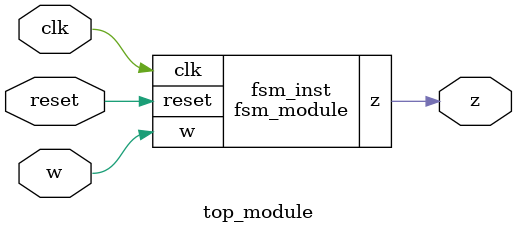
<source format=sv>
module fsm_module (
    input wire clk,
    input wire reset,
    input wire w,
    output wire z
);

    reg [2:0] state, nextstate;
    
    parameter A = 0, B = 1, C = 2, D = 3, E = 4, F = 5;
    
    always @(posedge clk or posedge reset) begin
        if (reset) begin
            state <= A;
        end else begin
            state <= nextstate;
        end
    end
    
    always @(state or w) begin
        case (state)
            A: begin
                if (w == 1'b0) begin
                    nextstate = B;
                end else begin
                    nextstate = A;
                end
            end
            
            B: begin
                if (w == 1'b0) begin
                    nextstate = C;
                end else begin
                    nextstate = D;
                end
            end
            
            C: begin
                if (w == 1'b0) begin
                    nextstate = E;
                end else begin
                    nextstate = D;
                end
            end
            
            D: begin
                if (w == 1'b0) begin
                    nextstate = F;
                end else begin
                    nextstate = A;
                end
            end
            
            E: begin
                if (w == 1'b0) begin
                    nextstate = E;
                end else begin
                    nextstate = D;
                end
            end
            
            F: begin
                if (w == 1'b0) begin
                    nextstate = C;
                end else begin
                    nextstate = D;
                end
            end
        endcase
    end
    
    always @(posedge clk) begin
        case (state)
            A, B, C, D: begin
                z <= 1'b0;
            end
            E, F: begin
                z <= 1'b1;
            end
        endcase
    end
    
endmodule
module top_module (
    input wire clk,
    input wire reset,
    input wire w,
    output wire z
);
    
    fsm_module fsm_inst (
        .clk(clk),
        .reset(reset),
        .w(w),
        .z(z)
    );
    
endmodule

</source>
